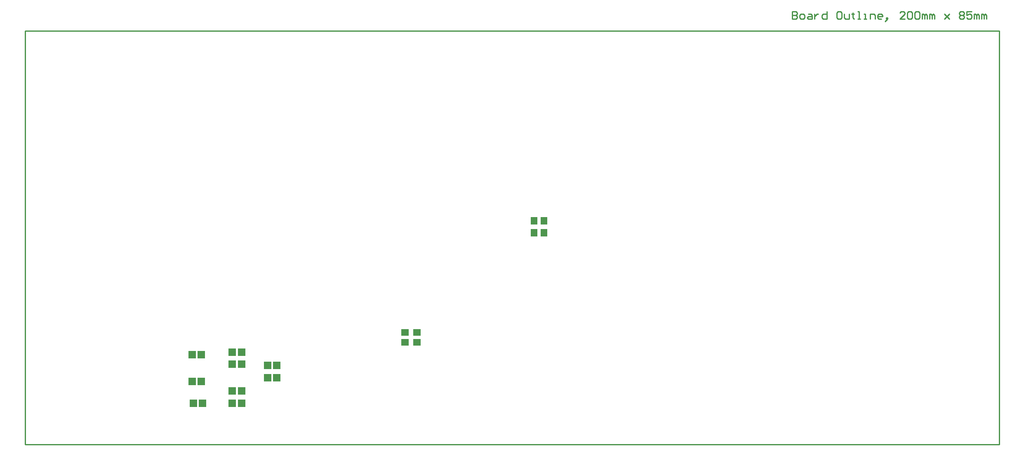
<source format=gbp>
%FSLAX44Y44*%
%MOMM*%
G71*
G01*
G75*
G04 Layer_Color=128*
%ADD10R,1.6000X1.5000*%
%ADD11R,1.5000X1.4000*%
%ADD12R,1.4000X1.5000*%
%ADD13R,0.6500X1.1000*%
%ADD14R,1.5000X1.6000*%
%ADD15R,1.1000X0.6500*%
%ADD16R,0.9500X3.2000*%
%ADD17R,10.5000X8.3000*%
%ADD18R,1.8000X3.5000*%
%ADD19R,1.9000X1.5000*%
%ADD20O,0.4000X2.2500*%
%ADD21R,0.9000X0.6500*%
%ADD22O,1.7000X0.3500*%
%ADD23O,0.5500X1.7500*%
%ADD24O,1.7500X0.5500*%
%ADD25R,2.5000X3.8500*%
%ADD26R,1.5000X2.8000*%
%ADD27R,1.0000X3.0500*%
%ADD28R,5.5500X6.5000*%
%ADD29R,2.1000X5.6000*%
%ADD30R,2.1000X1.4000*%
%ADD31C,0.2000*%
%ADD32C,1.5000*%
%ADD33C,0.8000*%
%ADD34C,1.2000*%
%ADD35C,0.7500*%
%ADD36C,1.0000*%
%ADD37C,0.2540*%
%ADD38R,1.5000X1.5000*%
%ADD39C,1.5000*%
%ADD40R,1.5000X1.5000*%
%ADD41C,1.0000*%
%ADD42C,7.0000*%
%ADD43C,2.5400*%
%ADD44C,0.5000*%
%ADD45C,0.9000*%
%ADD46C,1.0160*%
%ADD47C,1.9160*%
G04:AMPARAMS|DCode=48|XSize=2.424mm|YSize=2.424mm|CornerRadius=0mm|HoleSize=0mm|Usage=FLASHONLY|Rotation=0.000|XOffset=0mm|YOffset=0mm|HoleType=Round|Shape=Relief|Width=0.254mm|Gap=0.254mm|Entries=4|*
%AMTHD48*
7,0,0,2.4240,1.9160,0.2540,45*
%
%ADD48THD48*%
%ADD49C,1.3160*%
%ADD50C,4.5160*%
%ADD51C,2.5160*%
G04:AMPARAMS|DCode=52|XSize=3.024mm|YSize=3.024mm|CornerRadius=0mm|HoleSize=0mm|Usage=FLASHONLY|Rotation=0.000|XOffset=0mm|YOffset=0mm|HoleType=Round|Shape=Relief|Width=0.254mm|Gap=0.254mm|Entries=4|*
%AMTHD52*
7,0,0,3.0240,2.5160,0.2540,45*
%
%ADD52THD52*%
%ADD53C,1.2160*%
%ADD54C,1.5160*%
%ADD55C,0.2500*%
%ADD56C,0.6000*%
%ADD57C,0.3810*%
%ADD58C,0.2032*%
%ADD59R,1.8032X1.7032*%
%ADD60R,1.7032X1.6032*%
%ADD61R,1.6032X1.7032*%
%ADD62R,0.8532X1.3032*%
%ADD63R,1.7032X1.8032*%
%ADD64R,1.3032X0.8532*%
%ADD65R,1.1532X3.4032*%
%ADD66R,10.7032X8.5032*%
%ADD67R,2.0032X3.7032*%
%ADD68R,2.1032X1.7032*%
%ADD69O,0.6032X2.4532*%
%ADD70R,1.1032X0.8532*%
%ADD71O,1.9032X0.5532*%
%ADD72O,0.7532X1.9532*%
%ADD73O,1.9532X0.7532*%
%ADD74R,2.7032X4.0532*%
%ADD75R,1.7032X3.0032*%
%ADD76R,1.2032X3.2532*%
%ADD77R,5.7532X6.7032*%
%ADD78R,2.3032X5.8032*%
%ADD79R,2.3032X1.6032*%
%ADD80R,1.7032X1.7032*%
%ADD81C,1.7032*%
%ADD82R,1.7032X1.7032*%
%ADD83C,1.2032*%
%ADD84C,7.2032*%
%ADD85C,2.7432*%
%ADD86C,0.7032*%
D11*
X2230000Y2035000D02*
D03*
Y2055000D02*
D03*
X2255000Y2035000D02*
D03*
Y2055000D02*
D03*
D12*
X2495000Y2285000D02*
D03*
X2515000D02*
D03*
Y2260000D02*
D03*
X2495000D02*
D03*
D14*
X1812000Y2010000D02*
D03*
X1793000D02*
D03*
X1875500Y1990000D02*
D03*
X1894500D02*
D03*
X1875500Y2015000D02*
D03*
X1894500D02*
D03*
X1967000Y1962500D02*
D03*
X1948000D02*
D03*
X1948000Y1987500D02*
D03*
X1967000D02*
D03*
X1812000Y1955000D02*
D03*
X1793000D02*
D03*
X1814500Y1910000D02*
D03*
X1795500D02*
D03*
X1894500D02*
D03*
X1875500D02*
D03*
X1875500Y1935000D02*
D03*
X1894500D02*
D03*
D37*
X1450000Y1825000D02*
Y2675000D01*
Y1825000D02*
X3450000D01*
Y2675000D01*
X1450000D02*
X3450000D01*
X3025000Y2715235D02*
Y2700000D01*
X3032617D01*
X3035157Y2702539D01*
Y2705078D01*
X3032617Y2707617D01*
X3025000D01*
X3032617D01*
X3035157Y2710157D01*
Y2712696D01*
X3032617Y2715235D01*
X3025000D01*
X3042774Y2700000D02*
X3047852D01*
X3050392Y2702539D01*
Y2707617D01*
X3047852Y2710157D01*
X3042774D01*
X3040235Y2707617D01*
Y2702539D01*
X3042774Y2700000D01*
X3058009Y2710157D02*
X3063088D01*
X3065627Y2707617D01*
Y2700000D01*
X3058009D01*
X3055470Y2702539D01*
X3058009Y2705078D01*
X3065627D01*
X3070705Y2710157D02*
Y2700000D01*
Y2705078D01*
X3073244Y2707617D01*
X3075784Y2710157D01*
X3078323D01*
X3096097Y2715235D02*
Y2700000D01*
X3088480D01*
X3085940Y2702539D01*
Y2707617D01*
X3088480Y2710157D01*
X3096097D01*
X3124028Y2715235D02*
X3118950D01*
X3116411Y2712696D01*
Y2702539D01*
X3118950Y2700000D01*
X3124028D01*
X3126567Y2702539D01*
Y2712696D01*
X3124028Y2715235D01*
X3131646Y2710157D02*
Y2702539D01*
X3134185Y2700000D01*
X3141802D01*
Y2710157D01*
X3149420Y2712696D02*
Y2710157D01*
X3146880D01*
X3151959D01*
X3149420D01*
Y2702539D01*
X3151959Y2700000D01*
X3159576D02*
X3164655D01*
X3162115D01*
Y2715235D01*
X3159576D01*
X3172272Y2700000D02*
X3177351D01*
X3174811D01*
Y2710157D01*
X3172272D01*
X3184968Y2700000D02*
Y2710157D01*
X3192586D01*
X3195125Y2707617D01*
Y2700000D01*
X3207821D02*
X3202743D01*
X3200203Y2702539D01*
Y2707617D01*
X3202743Y2710157D01*
X3207821D01*
X3210360Y2707617D01*
Y2705078D01*
X3200203D01*
X3217978Y2697461D02*
X3220517Y2700000D01*
Y2702539D01*
X3217978D01*
Y2700000D01*
X3220517D01*
X3217978Y2697461D01*
X3215439Y2694922D01*
X3256065Y2700000D02*
X3245909D01*
X3256065Y2710157D01*
Y2712696D01*
X3253526Y2715235D01*
X3248448D01*
X3245909Y2712696D01*
X3261143D02*
X3263683Y2715235D01*
X3268761D01*
X3271300Y2712696D01*
Y2702539D01*
X3268761Y2700000D01*
X3263683D01*
X3261143Y2702539D01*
Y2712696D01*
X3276379D02*
X3278918Y2715235D01*
X3283996D01*
X3286535Y2712696D01*
Y2702539D01*
X3283996Y2700000D01*
X3278918D01*
X3276379Y2702539D01*
Y2712696D01*
X3291614Y2700000D02*
Y2710157D01*
X3294153D01*
X3296692Y2707617D01*
Y2700000D01*
Y2707617D01*
X3299231Y2710157D01*
X3301771Y2707617D01*
Y2700000D01*
X3306849D02*
Y2710157D01*
X3309388D01*
X3311927Y2707617D01*
Y2700000D01*
Y2707617D01*
X3314466Y2710157D01*
X3317006Y2707617D01*
Y2700000D01*
X3337319Y2710157D02*
X3347476Y2700000D01*
X3342397Y2705078D01*
X3347476Y2710157D01*
X3337319Y2700000D01*
X3367789Y2712696D02*
X3370328Y2715235D01*
X3375406D01*
X3377946Y2712696D01*
Y2710157D01*
X3375406Y2707617D01*
X3377946Y2705078D01*
Y2702539D01*
X3375406Y2700000D01*
X3370328D01*
X3367789Y2702539D01*
Y2705078D01*
X3370328Y2707617D01*
X3367789Y2710157D01*
Y2712696D01*
X3370328Y2707617D02*
X3375406D01*
X3393181Y2715235D02*
X3383024D01*
Y2707617D01*
X3388102Y2710157D01*
X3390642D01*
X3393181Y2707617D01*
Y2702539D01*
X3390642Y2700000D01*
X3385563D01*
X3383024Y2702539D01*
X3398259Y2700000D02*
Y2710157D01*
X3400798D01*
X3403338Y2707617D01*
Y2700000D01*
Y2707617D01*
X3405877Y2710157D01*
X3408416Y2707617D01*
Y2700000D01*
X3413494D02*
Y2710157D01*
X3416034D01*
X3418573Y2707617D01*
Y2700000D01*
Y2707617D01*
X3421112Y2710157D01*
X3423651Y2707617D01*
Y2700000D01*
M02*

</source>
